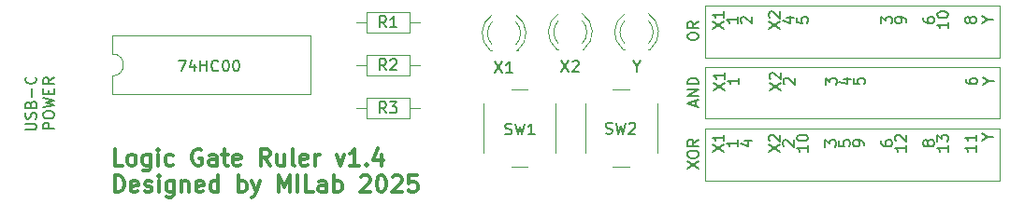
<source format=gto>
%TF.GenerationSoftware,KiCad,Pcbnew,9.0.2*%
%TF.CreationDate,2025-10-23T19:15:02+09:00*%
%TF.ProjectId,simpleLogicCircuit,73696d70-6c65-44c6-9f67-696343697263,rev?*%
%TF.SameCoordinates,Original*%
%TF.FileFunction,Legend,Top*%
%TF.FilePolarity,Positive*%
%FSLAX46Y46*%
G04 Gerber Fmt 4.6, Leading zero omitted, Abs format (unit mm)*
G04 Created by KiCad (PCBNEW 9.0.2) date 2025-10-23 19:15:02*
%MOMM*%
%LPD*%
G01*
G04 APERTURE LIST*
%ADD10C,0.300000*%
%ADD11C,0.150000*%
%ADD12C,0.120000*%
G04 APERTURE END LIST*
D10*
X51468796Y-50620870D02*
X50754510Y-50620870D01*
X50754510Y-50620870D02*
X50754510Y-49120870D01*
X52183082Y-50620870D02*
X52040225Y-50549442D01*
X52040225Y-50549442D02*
X51968796Y-50478013D01*
X51968796Y-50478013D02*
X51897368Y-50335156D01*
X51897368Y-50335156D02*
X51897368Y-49906584D01*
X51897368Y-49906584D02*
X51968796Y-49763727D01*
X51968796Y-49763727D02*
X52040225Y-49692299D01*
X52040225Y-49692299D02*
X52183082Y-49620870D01*
X52183082Y-49620870D02*
X52397368Y-49620870D01*
X52397368Y-49620870D02*
X52540225Y-49692299D01*
X52540225Y-49692299D02*
X52611654Y-49763727D01*
X52611654Y-49763727D02*
X52683082Y-49906584D01*
X52683082Y-49906584D02*
X52683082Y-50335156D01*
X52683082Y-50335156D02*
X52611654Y-50478013D01*
X52611654Y-50478013D02*
X52540225Y-50549442D01*
X52540225Y-50549442D02*
X52397368Y-50620870D01*
X52397368Y-50620870D02*
X52183082Y-50620870D01*
X53968797Y-49620870D02*
X53968797Y-50835156D01*
X53968797Y-50835156D02*
X53897368Y-50978013D01*
X53897368Y-50978013D02*
X53825939Y-51049442D01*
X53825939Y-51049442D02*
X53683082Y-51120870D01*
X53683082Y-51120870D02*
X53468797Y-51120870D01*
X53468797Y-51120870D02*
X53325939Y-51049442D01*
X53968797Y-50549442D02*
X53825939Y-50620870D01*
X53825939Y-50620870D02*
X53540225Y-50620870D01*
X53540225Y-50620870D02*
X53397368Y-50549442D01*
X53397368Y-50549442D02*
X53325939Y-50478013D01*
X53325939Y-50478013D02*
X53254511Y-50335156D01*
X53254511Y-50335156D02*
X53254511Y-49906584D01*
X53254511Y-49906584D02*
X53325939Y-49763727D01*
X53325939Y-49763727D02*
X53397368Y-49692299D01*
X53397368Y-49692299D02*
X53540225Y-49620870D01*
X53540225Y-49620870D02*
X53825939Y-49620870D01*
X53825939Y-49620870D02*
X53968797Y-49692299D01*
X54683082Y-50620870D02*
X54683082Y-49620870D01*
X54683082Y-49120870D02*
X54611654Y-49192299D01*
X54611654Y-49192299D02*
X54683082Y-49263727D01*
X54683082Y-49263727D02*
X54754511Y-49192299D01*
X54754511Y-49192299D02*
X54683082Y-49120870D01*
X54683082Y-49120870D02*
X54683082Y-49263727D01*
X56040226Y-50549442D02*
X55897368Y-50620870D01*
X55897368Y-50620870D02*
X55611654Y-50620870D01*
X55611654Y-50620870D02*
X55468797Y-50549442D01*
X55468797Y-50549442D02*
X55397368Y-50478013D01*
X55397368Y-50478013D02*
X55325940Y-50335156D01*
X55325940Y-50335156D02*
X55325940Y-49906584D01*
X55325940Y-49906584D02*
X55397368Y-49763727D01*
X55397368Y-49763727D02*
X55468797Y-49692299D01*
X55468797Y-49692299D02*
X55611654Y-49620870D01*
X55611654Y-49620870D02*
X55897368Y-49620870D01*
X55897368Y-49620870D02*
X56040226Y-49692299D01*
X58611654Y-49192299D02*
X58468797Y-49120870D01*
X58468797Y-49120870D02*
X58254511Y-49120870D01*
X58254511Y-49120870D02*
X58040225Y-49192299D01*
X58040225Y-49192299D02*
X57897368Y-49335156D01*
X57897368Y-49335156D02*
X57825939Y-49478013D01*
X57825939Y-49478013D02*
X57754511Y-49763727D01*
X57754511Y-49763727D02*
X57754511Y-49978013D01*
X57754511Y-49978013D02*
X57825939Y-50263727D01*
X57825939Y-50263727D02*
X57897368Y-50406584D01*
X57897368Y-50406584D02*
X58040225Y-50549442D01*
X58040225Y-50549442D02*
X58254511Y-50620870D01*
X58254511Y-50620870D02*
X58397368Y-50620870D01*
X58397368Y-50620870D02*
X58611654Y-50549442D01*
X58611654Y-50549442D02*
X58683082Y-50478013D01*
X58683082Y-50478013D02*
X58683082Y-49978013D01*
X58683082Y-49978013D02*
X58397368Y-49978013D01*
X59968797Y-50620870D02*
X59968797Y-49835156D01*
X59968797Y-49835156D02*
X59897368Y-49692299D01*
X59897368Y-49692299D02*
X59754511Y-49620870D01*
X59754511Y-49620870D02*
X59468797Y-49620870D01*
X59468797Y-49620870D02*
X59325939Y-49692299D01*
X59968797Y-50549442D02*
X59825939Y-50620870D01*
X59825939Y-50620870D02*
X59468797Y-50620870D01*
X59468797Y-50620870D02*
X59325939Y-50549442D01*
X59325939Y-50549442D02*
X59254511Y-50406584D01*
X59254511Y-50406584D02*
X59254511Y-50263727D01*
X59254511Y-50263727D02*
X59325939Y-50120870D01*
X59325939Y-50120870D02*
X59468797Y-50049442D01*
X59468797Y-50049442D02*
X59825939Y-50049442D01*
X59825939Y-50049442D02*
X59968797Y-49978013D01*
X60468797Y-49620870D02*
X61040225Y-49620870D01*
X60683082Y-49120870D02*
X60683082Y-50406584D01*
X60683082Y-50406584D02*
X60754511Y-50549442D01*
X60754511Y-50549442D02*
X60897368Y-50620870D01*
X60897368Y-50620870D02*
X61040225Y-50620870D01*
X62111654Y-50549442D02*
X61968797Y-50620870D01*
X61968797Y-50620870D02*
X61683083Y-50620870D01*
X61683083Y-50620870D02*
X61540225Y-50549442D01*
X61540225Y-50549442D02*
X61468797Y-50406584D01*
X61468797Y-50406584D02*
X61468797Y-49835156D01*
X61468797Y-49835156D02*
X61540225Y-49692299D01*
X61540225Y-49692299D02*
X61683083Y-49620870D01*
X61683083Y-49620870D02*
X61968797Y-49620870D01*
X61968797Y-49620870D02*
X62111654Y-49692299D01*
X62111654Y-49692299D02*
X62183083Y-49835156D01*
X62183083Y-49835156D02*
X62183083Y-49978013D01*
X62183083Y-49978013D02*
X61468797Y-50120870D01*
X64825939Y-50620870D02*
X64325939Y-49906584D01*
X63968796Y-50620870D02*
X63968796Y-49120870D01*
X63968796Y-49120870D02*
X64540225Y-49120870D01*
X64540225Y-49120870D02*
X64683082Y-49192299D01*
X64683082Y-49192299D02*
X64754511Y-49263727D01*
X64754511Y-49263727D02*
X64825939Y-49406584D01*
X64825939Y-49406584D02*
X64825939Y-49620870D01*
X64825939Y-49620870D02*
X64754511Y-49763727D01*
X64754511Y-49763727D02*
X64683082Y-49835156D01*
X64683082Y-49835156D02*
X64540225Y-49906584D01*
X64540225Y-49906584D02*
X63968796Y-49906584D01*
X66111654Y-49620870D02*
X66111654Y-50620870D01*
X65468796Y-49620870D02*
X65468796Y-50406584D01*
X65468796Y-50406584D02*
X65540225Y-50549442D01*
X65540225Y-50549442D02*
X65683082Y-50620870D01*
X65683082Y-50620870D02*
X65897368Y-50620870D01*
X65897368Y-50620870D02*
X66040225Y-50549442D01*
X66040225Y-50549442D02*
X66111654Y-50478013D01*
X67040225Y-50620870D02*
X66897368Y-50549442D01*
X66897368Y-50549442D02*
X66825939Y-50406584D01*
X66825939Y-50406584D02*
X66825939Y-49120870D01*
X68183082Y-50549442D02*
X68040225Y-50620870D01*
X68040225Y-50620870D02*
X67754511Y-50620870D01*
X67754511Y-50620870D02*
X67611653Y-50549442D01*
X67611653Y-50549442D02*
X67540225Y-50406584D01*
X67540225Y-50406584D02*
X67540225Y-49835156D01*
X67540225Y-49835156D02*
X67611653Y-49692299D01*
X67611653Y-49692299D02*
X67754511Y-49620870D01*
X67754511Y-49620870D02*
X68040225Y-49620870D01*
X68040225Y-49620870D02*
X68183082Y-49692299D01*
X68183082Y-49692299D02*
X68254511Y-49835156D01*
X68254511Y-49835156D02*
X68254511Y-49978013D01*
X68254511Y-49978013D02*
X67540225Y-50120870D01*
X68897367Y-50620870D02*
X68897367Y-49620870D01*
X68897367Y-49906584D02*
X68968796Y-49763727D01*
X68968796Y-49763727D02*
X69040225Y-49692299D01*
X69040225Y-49692299D02*
X69183082Y-49620870D01*
X69183082Y-49620870D02*
X69325939Y-49620870D01*
X70825938Y-49620870D02*
X71183081Y-50620870D01*
X71183081Y-50620870D02*
X71540224Y-49620870D01*
X72897367Y-50620870D02*
X72040224Y-50620870D01*
X72468795Y-50620870D02*
X72468795Y-49120870D01*
X72468795Y-49120870D02*
X72325938Y-49335156D01*
X72325938Y-49335156D02*
X72183081Y-49478013D01*
X72183081Y-49478013D02*
X72040224Y-49549442D01*
X73540223Y-50478013D02*
X73611652Y-50549442D01*
X73611652Y-50549442D02*
X73540223Y-50620870D01*
X73540223Y-50620870D02*
X73468795Y-50549442D01*
X73468795Y-50549442D02*
X73540223Y-50478013D01*
X73540223Y-50478013D02*
X73540223Y-50620870D01*
X74897367Y-49620870D02*
X74897367Y-50620870D01*
X74540224Y-49049442D02*
X74183081Y-50120870D01*
X74183081Y-50120870D02*
X75111652Y-50120870D01*
X50754510Y-53035786D02*
X50754510Y-51535786D01*
X50754510Y-51535786D02*
X51111653Y-51535786D01*
X51111653Y-51535786D02*
X51325939Y-51607215D01*
X51325939Y-51607215D02*
X51468796Y-51750072D01*
X51468796Y-51750072D02*
X51540225Y-51892929D01*
X51540225Y-51892929D02*
X51611653Y-52178643D01*
X51611653Y-52178643D02*
X51611653Y-52392929D01*
X51611653Y-52392929D02*
X51540225Y-52678643D01*
X51540225Y-52678643D02*
X51468796Y-52821500D01*
X51468796Y-52821500D02*
X51325939Y-52964358D01*
X51325939Y-52964358D02*
X51111653Y-53035786D01*
X51111653Y-53035786D02*
X50754510Y-53035786D01*
X52825939Y-52964358D02*
X52683082Y-53035786D01*
X52683082Y-53035786D02*
X52397368Y-53035786D01*
X52397368Y-53035786D02*
X52254510Y-52964358D01*
X52254510Y-52964358D02*
X52183082Y-52821500D01*
X52183082Y-52821500D02*
X52183082Y-52250072D01*
X52183082Y-52250072D02*
X52254510Y-52107215D01*
X52254510Y-52107215D02*
X52397368Y-52035786D01*
X52397368Y-52035786D02*
X52683082Y-52035786D01*
X52683082Y-52035786D02*
X52825939Y-52107215D01*
X52825939Y-52107215D02*
X52897368Y-52250072D01*
X52897368Y-52250072D02*
X52897368Y-52392929D01*
X52897368Y-52392929D02*
X52183082Y-52535786D01*
X53468796Y-52964358D02*
X53611653Y-53035786D01*
X53611653Y-53035786D02*
X53897367Y-53035786D01*
X53897367Y-53035786D02*
X54040224Y-52964358D01*
X54040224Y-52964358D02*
X54111653Y-52821500D01*
X54111653Y-52821500D02*
X54111653Y-52750072D01*
X54111653Y-52750072D02*
X54040224Y-52607215D01*
X54040224Y-52607215D02*
X53897367Y-52535786D01*
X53897367Y-52535786D02*
X53683082Y-52535786D01*
X53683082Y-52535786D02*
X53540224Y-52464358D01*
X53540224Y-52464358D02*
X53468796Y-52321500D01*
X53468796Y-52321500D02*
X53468796Y-52250072D01*
X53468796Y-52250072D02*
X53540224Y-52107215D01*
X53540224Y-52107215D02*
X53683082Y-52035786D01*
X53683082Y-52035786D02*
X53897367Y-52035786D01*
X53897367Y-52035786D02*
X54040224Y-52107215D01*
X54754510Y-53035786D02*
X54754510Y-52035786D01*
X54754510Y-51535786D02*
X54683082Y-51607215D01*
X54683082Y-51607215D02*
X54754510Y-51678643D01*
X54754510Y-51678643D02*
X54825939Y-51607215D01*
X54825939Y-51607215D02*
X54754510Y-51535786D01*
X54754510Y-51535786D02*
X54754510Y-51678643D01*
X56111654Y-52035786D02*
X56111654Y-53250072D01*
X56111654Y-53250072D02*
X56040225Y-53392929D01*
X56040225Y-53392929D02*
X55968796Y-53464358D01*
X55968796Y-53464358D02*
X55825939Y-53535786D01*
X55825939Y-53535786D02*
X55611654Y-53535786D01*
X55611654Y-53535786D02*
X55468796Y-53464358D01*
X56111654Y-52964358D02*
X55968796Y-53035786D01*
X55968796Y-53035786D02*
X55683082Y-53035786D01*
X55683082Y-53035786D02*
X55540225Y-52964358D01*
X55540225Y-52964358D02*
X55468796Y-52892929D01*
X55468796Y-52892929D02*
X55397368Y-52750072D01*
X55397368Y-52750072D02*
X55397368Y-52321500D01*
X55397368Y-52321500D02*
X55468796Y-52178643D01*
X55468796Y-52178643D02*
X55540225Y-52107215D01*
X55540225Y-52107215D02*
X55683082Y-52035786D01*
X55683082Y-52035786D02*
X55968796Y-52035786D01*
X55968796Y-52035786D02*
X56111654Y-52107215D01*
X56825939Y-52035786D02*
X56825939Y-53035786D01*
X56825939Y-52178643D02*
X56897368Y-52107215D01*
X56897368Y-52107215D02*
X57040225Y-52035786D01*
X57040225Y-52035786D02*
X57254511Y-52035786D01*
X57254511Y-52035786D02*
X57397368Y-52107215D01*
X57397368Y-52107215D02*
X57468797Y-52250072D01*
X57468797Y-52250072D02*
X57468797Y-53035786D01*
X58754511Y-52964358D02*
X58611654Y-53035786D01*
X58611654Y-53035786D02*
X58325940Y-53035786D01*
X58325940Y-53035786D02*
X58183082Y-52964358D01*
X58183082Y-52964358D02*
X58111654Y-52821500D01*
X58111654Y-52821500D02*
X58111654Y-52250072D01*
X58111654Y-52250072D02*
X58183082Y-52107215D01*
X58183082Y-52107215D02*
X58325940Y-52035786D01*
X58325940Y-52035786D02*
X58611654Y-52035786D01*
X58611654Y-52035786D02*
X58754511Y-52107215D01*
X58754511Y-52107215D02*
X58825940Y-52250072D01*
X58825940Y-52250072D02*
X58825940Y-52392929D01*
X58825940Y-52392929D02*
X58111654Y-52535786D01*
X60111654Y-53035786D02*
X60111654Y-51535786D01*
X60111654Y-52964358D02*
X59968796Y-53035786D01*
X59968796Y-53035786D02*
X59683082Y-53035786D01*
X59683082Y-53035786D02*
X59540225Y-52964358D01*
X59540225Y-52964358D02*
X59468796Y-52892929D01*
X59468796Y-52892929D02*
X59397368Y-52750072D01*
X59397368Y-52750072D02*
X59397368Y-52321500D01*
X59397368Y-52321500D02*
X59468796Y-52178643D01*
X59468796Y-52178643D02*
X59540225Y-52107215D01*
X59540225Y-52107215D02*
X59683082Y-52035786D01*
X59683082Y-52035786D02*
X59968796Y-52035786D01*
X59968796Y-52035786D02*
X60111654Y-52107215D01*
X61968796Y-53035786D02*
X61968796Y-51535786D01*
X61968796Y-52107215D02*
X62111654Y-52035786D01*
X62111654Y-52035786D02*
X62397368Y-52035786D01*
X62397368Y-52035786D02*
X62540225Y-52107215D01*
X62540225Y-52107215D02*
X62611654Y-52178643D01*
X62611654Y-52178643D02*
X62683082Y-52321500D01*
X62683082Y-52321500D02*
X62683082Y-52750072D01*
X62683082Y-52750072D02*
X62611654Y-52892929D01*
X62611654Y-52892929D02*
X62540225Y-52964358D01*
X62540225Y-52964358D02*
X62397368Y-53035786D01*
X62397368Y-53035786D02*
X62111654Y-53035786D01*
X62111654Y-53035786D02*
X61968796Y-52964358D01*
X63183082Y-52035786D02*
X63540225Y-53035786D01*
X63897368Y-52035786D02*
X63540225Y-53035786D01*
X63540225Y-53035786D02*
X63397368Y-53392929D01*
X63397368Y-53392929D02*
X63325939Y-53464358D01*
X63325939Y-53464358D02*
X63183082Y-53535786D01*
X65611653Y-53035786D02*
X65611653Y-51535786D01*
X65611653Y-51535786D02*
X66111653Y-52607215D01*
X66111653Y-52607215D02*
X66611653Y-51535786D01*
X66611653Y-51535786D02*
X66611653Y-53035786D01*
X67325939Y-53035786D02*
X67325939Y-51535786D01*
X68754511Y-53035786D02*
X68040225Y-53035786D01*
X68040225Y-53035786D02*
X68040225Y-51535786D01*
X69897369Y-53035786D02*
X69897369Y-52250072D01*
X69897369Y-52250072D02*
X69825940Y-52107215D01*
X69825940Y-52107215D02*
X69683083Y-52035786D01*
X69683083Y-52035786D02*
X69397369Y-52035786D01*
X69397369Y-52035786D02*
X69254511Y-52107215D01*
X69897369Y-52964358D02*
X69754511Y-53035786D01*
X69754511Y-53035786D02*
X69397369Y-53035786D01*
X69397369Y-53035786D02*
X69254511Y-52964358D01*
X69254511Y-52964358D02*
X69183083Y-52821500D01*
X69183083Y-52821500D02*
X69183083Y-52678643D01*
X69183083Y-52678643D02*
X69254511Y-52535786D01*
X69254511Y-52535786D02*
X69397369Y-52464358D01*
X69397369Y-52464358D02*
X69754511Y-52464358D01*
X69754511Y-52464358D02*
X69897369Y-52392929D01*
X70611654Y-53035786D02*
X70611654Y-51535786D01*
X70611654Y-52107215D02*
X70754512Y-52035786D01*
X70754512Y-52035786D02*
X71040226Y-52035786D01*
X71040226Y-52035786D02*
X71183083Y-52107215D01*
X71183083Y-52107215D02*
X71254512Y-52178643D01*
X71254512Y-52178643D02*
X71325940Y-52321500D01*
X71325940Y-52321500D02*
X71325940Y-52750072D01*
X71325940Y-52750072D02*
X71254512Y-52892929D01*
X71254512Y-52892929D02*
X71183083Y-52964358D01*
X71183083Y-52964358D02*
X71040226Y-53035786D01*
X71040226Y-53035786D02*
X70754512Y-53035786D01*
X70754512Y-53035786D02*
X70611654Y-52964358D01*
X73040226Y-51678643D02*
X73111654Y-51607215D01*
X73111654Y-51607215D02*
X73254512Y-51535786D01*
X73254512Y-51535786D02*
X73611654Y-51535786D01*
X73611654Y-51535786D02*
X73754512Y-51607215D01*
X73754512Y-51607215D02*
X73825940Y-51678643D01*
X73825940Y-51678643D02*
X73897369Y-51821500D01*
X73897369Y-51821500D02*
X73897369Y-51964358D01*
X73897369Y-51964358D02*
X73825940Y-52178643D01*
X73825940Y-52178643D02*
X72968797Y-53035786D01*
X72968797Y-53035786D02*
X73897369Y-53035786D01*
X74825940Y-51535786D02*
X74968797Y-51535786D01*
X74968797Y-51535786D02*
X75111654Y-51607215D01*
X75111654Y-51607215D02*
X75183083Y-51678643D01*
X75183083Y-51678643D02*
X75254511Y-51821500D01*
X75254511Y-51821500D02*
X75325940Y-52107215D01*
X75325940Y-52107215D02*
X75325940Y-52464358D01*
X75325940Y-52464358D02*
X75254511Y-52750072D01*
X75254511Y-52750072D02*
X75183083Y-52892929D01*
X75183083Y-52892929D02*
X75111654Y-52964358D01*
X75111654Y-52964358D02*
X74968797Y-53035786D01*
X74968797Y-53035786D02*
X74825940Y-53035786D01*
X74825940Y-53035786D02*
X74683083Y-52964358D01*
X74683083Y-52964358D02*
X74611654Y-52892929D01*
X74611654Y-52892929D02*
X74540225Y-52750072D01*
X74540225Y-52750072D02*
X74468797Y-52464358D01*
X74468797Y-52464358D02*
X74468797Y-52107215D01*
X74468797Y-52107215D02*
X74540225Y-51821500D01*
X74540225Y-51821500D02*
X74611654Y-51678643D01*
X74611654Y-51678643D02*
X74683083Y-51607215D01*
X74683083Y-51607215D02*
X74825940Y-51535786D01*
X75897368Y-51678643D02*
X75968796Y-51607215D01*
X75968796Y-51607215D02*
X76111654Y-51535786D01*
X76111654Y-51535786D02*
X76468796Y-51535786D01*
X76468796Y-51535786D02*
X76611654Y-51607215D01*
X76611654Y-51607215D02*
X76683082Y-51678643D01*
X76683082Y-51678643D02*
X76754511Y-51821500D01*
X76754511Y-51821500D02*
X76754511Y-51964358D01*
X76754511Y-51964358D02*
X76683082Y-52178643D01*
X76683082Y-52178643D02*
X75825939Y-53035786D01*
X75825939Y-53035786D02*
X76754511Y-53035786D01*
X78111653Y-51535786D02*
X77397367Y-51535786D01*
X77397367Y-51535786D02*
X77325939Y-52250072D01*
X77325939Y-52250072D02*
X77397367Y-52178643D01*
X77397367Y-52178643D02*
X77540225Y-52107215D01*
X77540225Y-52107215D02*
X77897367Y-52107215D01*
X77897367Y-52107215D02*
X78040225Y-52178643D01*
X78040225Y-52178643D02*
X78111653Y-52250072D01*
X78111653Y-52250072D02*
X78183082Y-52392929D01*
X78183082Y-52392929D02*
X78183082Y-52750072D01*
X78183082Y-52750072D02*
X78111653Y-52892929D01*
X78111653Y-52892929D02*
X78040225Y-52964358D01*
X78040225Y-52964358D02*
X77897367Y-53035786D01*
X77897367Y-53035786D02*
X77540225Y-53035786D01*
X77540225Y-53035786D02*
X77397367Y-52964358D01*
X77397367Y-52964358D02*
X77325939Y-52892929D01*
D11*
X42649847Y-47380951D02*
X43459370Y-47380951D01*
X43459370Y-47380951D02*
X43554608Y-47333332D01*
X43554608Y-47333332D02*
X43602228Y-47285713D01*
X43602228Y-47285713D02*
X43649847Y-47190475D01*
X43649847Y-47190475D02*
X43649847Y-46999999D01*
X43649847Y-46999999D02*
X43602228Y-46904761D01*
X43602228Y-46904761D02*
X43554608Y-46857142D01*
X43554608Y-46857142D02*
X43459370Y-46809523D01*
X43459370Y-46809523D02*
X42649847Y-46809523D01*
X43602228Y-46380951D02*
X43649847Y-46238094D01*
X43649847Y-46238094D02*
X43649847Y-45999999D01*
X43649847Y-45999999D02*
X43602228Y-45904761D01*
X43602228Y-45904761D02*
X43554608Y-45857142D01*
X43554608Y-45857142D02*
X43459370Y-45809523D01*
X43459370Y-45809523D02*
X43364132Y-45809523D01*
X43364132Y-45809523D02*
X43268894Y-45857142D01*
X43268894Y-45857142D02*
X43221275Y-45904761D01*
X43221275Y-45904761D02*
X43173656Y-45999999D01*
X43173656Y-45999999D02*
X43126037Y-46190475D01*
X43126037Y-46190475D02*
X43078418Y-46285713D01*
X43078418Y-46285713D02*
X43030799Y-46333332D01*
X43030799Y-46333332D02*
X42935561Y-46380951D01*
X42935561Y-46380951D02*
X42840323Y-46380951D01*
X42840323Y-46380951D02*
X42745085Y-46333332D01*
X42745085Y-46333332D02*
X42697466Y-46285713D01*
X42697466Y-46285713D02*
X42649847Y-46190475D01*
X42649847Y-46190475D02*
X42649847Y-45952380D01*
X42649847Y-45952380D02*
X42697466Y-45809523D01*
X43126037Y-45047618D02*
X43173656Y-44904761D01*
X43173656Y-44904761D02*
X43221275Y-44857142D01*
X43221275Y-44857142D02*
X43316513Y-44809523D01*
X43316513Y-44809523D02*
X43459370Y-44809523D01*
X43459370Y-44809523D02*
X43554608Y-44857142D01*
X43554608Y-44857142D02*
X43602228Y-44904761D01*
X43602228Y-44904761D02*
X43649847Y-44999999D01*
X43649847Y-44999999D02*
X43649847Y-45380951D01*
X43649847Y-45380951D02*
X42649847Y-45380951D01*
X42649847Y-45380951D02*
X42649847Y-45047618D01*
X42649847Y-45047618D02*
X42697466Y-44952380D01*
X42697466Y-44952380D02*
X42745085Y-44904761D01*
X42745085Y-44904761D02*
X42840323Y-44857142D01*
X42840323Y-44857142D02*
X42935561Y-44857142D01*
X42935561Y-44857142D02*
X43030799Y-44904761D01*
X43030799Y-44904761D02*
X43078418Y-44952380D01*
X43078418Y-44952380D02*
X43126037Y-45047618D01*
X43126037Y-45047618D02*
X43126037Y-45380951D01*
X43268894Y-44380951D02*
X43268894Y-43619047D01*
X43554608Y-42571428D02*
X43602228Y-42619047D01*
X43602228Y-42619047D02*
X43649847Y-42761904D01*
X43649847Y-42761904D02*
X43649847Y-42857142D01*
X43649847Y-42857142D02*
X43602228Y-42999999D01*
X43602228Y-42999999D02*
X43506989Y-43095237D01*
X43506989Y-43095237D02*
X43411751Y-43142856D01*
X43411751Y-43142856D02*
X43221275Y-43190475D01*
X43221275Y-43190475D02*
X43078418Y-43190475D01*
X43078418Y-43190475D02*
X42887942Y-43142856D01*
X42887942Y-43142856D02*
X42792704Y-43095237D01*
X42792704Y-43095237D02*
X42697466Y-42999999D01*
X42697466Y-42999999D02*
X42649847Y-42857142D01*
X42649847Y-42857142D02*
X42649847Y-42761904D01*
X42649847Y-42761904D02*
X42697466Y-42619047D01*
X42697466Y-42619047D02*
X42745085Y-42571428D01*
X45259791Y-47309523D02*
X44259791Y-47309523D01*
X44259791Y-47309523D02*
X44259791Y-46928571D01*
X44259791Y-46928571D02*
X44307410Y-46833333D01*
X44307410Y-46833333D02*
X44355029Y-46785714D01*
X44355029Y-46785714D02*
X44450267Y-46738095D01*
X44450267Y-46738095D02*
X44593124Y-46738095D01*
X44593124Y-46738095D02*
X44688362Y-46785714D01*
X44688362Y-46785714D02*
X44735981Y-46833333D01*
X44735981Y-46833333D02*
X44783600Y-46928571D01*
X44783600Y-46928571D02*
X44783600Y-47309523D01*
X44259791Y-46119047D02*
X44259791Y-45928571D01*
X44259791Y-45928571D02*
X44307410Y-45833333D01*
X44307410Y-45833333D02*
X44402648Y-45738095D01*
X44402648Y-45738095D02*
X44593124Y-45690476D01*
X44593124Y-45690476D02*
X44926457Y-45690476D01*
X44926457Y-45690476D02*
X45116933Y-45738095D01*
X45116933Y-45738095D02*
X45212172Y-45833333D01*
X45212172Y-45833333D02*
X45259791Y-45928571D01*
X45259791Y-45928571D02*
X45259791Y-46119047D01*
X45259791Y-46119047D02*
X45212172Y-46214285D01*
X45212172Y-46214285D02*
X45116933Y-46309523D01*
X45116933Y-46309523D02*
X44926457Y-46357142D01*
X44926457Y-46357142D02*
X44593124Y-46357142D01*
X44593124Y-46357142D02*
X44402648Y-46309523D01*
X44402648Y-46309523D02*
X44307410Y-46214285D01*
X44307410Y-46214285D02*
X44259791Y-46119047D01*
X44259791Y-45357142D02*
X45259791Y-45119047D01*
X45259791Y-45119047D02*
X44545505Y-44928571D01*
X44545505Y-44928571D02*
X45259791Y-44738095D01*
X45259791Y-44738095D02*
X44259791Y-44500000D01*
X44735981Y-44119047D02*
X44735981Y-43785714D01*
X45259791Y-43642857D02*
X45259791Y-44119047D01*
X45259791Y-44119047D02*
X44259791Y-44119047D01*
X44259791Y-44119047D02*
X44259791Y-43642857D01*
X45259791Y-42642857D02*
X44783600Y-42976190D01*
X45259791Y-43214285D02*
X44259791Y-43214285D01*
X44259791Y-43214285D02*
X44259791Y-42833333D01*
X44259791Y-42833333D02*
X44307410Y-42738095D01*
X44307410Y-42738095D02*
X44355029Y-42690476D01*
X44355029Y-42690476D02*
X44450267Y-42642857D01*
X44450267Y-42642857D02*
X44593124Y-42642857D01*
X44593124Y-42642857D02*
X44688362Y-42690476D01*
X44688362Y-42690476D02*
X44735981Y-42738095D01*
X44735981Y-42738095D02*
X44783600Y-42833333D01*
X44783600Y-42833333D02*
X44783600Y-43214285D01*
X85190476Y-41204819D02*
X85857142Y-42204819D01*
X85857142Y-41204819D02*
X85190476Y-42204819D01*
X86761904Y-42204819D02*
X86190476Y-42204819D01*
X86476190Y-42204819D02*
X86476190Y-41204819D01*
X86476190Y-41204819D02*
X86380952Y-41347676D01*
X86380952Y-41347676D02*
X86285714Y-41442914D01*
X86285714Y-41442914D02*
X86190476Y-41490533D01*
X103318104Y-45198404D02*
X103318104Y-44722214D01*
X103603819Y-45293642D02*
X102603819Y-44960309D01*
X102603819Y-44960309D02*
X103603819Y-44626976D01*
X103603819Y-44293642D02*
X102603819Y-44293642D01*
X102603819Y-44293642D02*
X103603819Y-43722214D01*
X103603819Y-43722214D02*
X102603819Y-43722214D01*
X103603819Y-43246023D02*
X102603819Y-43246023D01*
X102603819Y-43246023D02*
X102603819Y-43007928D01*
X102603819Y-43007928D02*
X102651438Y-42865071D01*
X102651438Y-42865071D02*
X102746676Y-42769833D01*
X102746676Y-42769833D02*
X102841914Y-42722214D01*
X102841914Y-42722214D02*
X103032390Y-42674595D01*
X103032390Y-42674595D02*
X103175247Y-42674595D01*
X103175247Y-42674595D02*
X103365723Y-42722214D01*
X103365723Y-42722214D02*
X103460961Y-42769833D01*
X103460961Y-42769833D02*
X103556200Y-42865071D01*
X103556200Y-42865071D02*
X103603819Y-43007928D01*
X103603819Y-43007928D02*
X103603819Y-43246023D01*
X116723152Y-42762023D02*
X117389819Y-42762023D01*
X116342200Y-43000118D02*
X117056485Y-43238213D01*
X117056485Y-43238213D02*
X117056485Y-42619166D01*
X107229819Y-42666785D02*
X107229819Y-43238213D01*
X107229819Y-42952499D02*
X106229819Y-42952499D01*
X106229819Y-42952499D02*
X106372676Y-43047737D01*
X106372676Y-43047737D02*
X106467914Y-43142975D01*
X106467914Y-43142975D02*
X106515533Y-43238213D01*
X110039819Y-43762023D02*
X111039819Y-43095357D01*
X110039819Y-43095357D02*
X111039819Y-43762023D01*
X110135057Y-42762023D02*
X110087438Y-42714404D01*
X110087438Y-42714404D02*
X110039819Y-42619166D01*
X110039819Y-42619166D02*
X110039819Y-42381071D01*
X110039819Y-42381071D02*
X110087438Y-42285833D01*
X110087438Y-42285833D02*
X110135057Y-42238214D01*
X110135057Y-42238214D02*
X110230295Y-42190595D01*
X110230295Y-42190595D02*
X110325533Y-42190595D01*
X110325533Y-42190595D02*
X110468390Y-42238214D01*
X110468390Y-42238214D02*
X111039819Y-42809642D01*
X111039819Y-42809642D02*
X111039819Y-42190595D01*
X111405057Y-43238213D02*
X111357438Y-43190594D01*
X111357438Y-43190594D02*
X111309819Y-43095356D01*
X111309819Y-43095356D02*
X111309819Y-42857261D01*
X111309819Y-42857261D02*
X111357438Y-42762023D01*
X111357438Y-42762023D02*
X111405057Y-42714404D01*
X111405057Y-42714404D02*
X111500295Y-42666785D01*
X111500295Y-42666785D02*
X111595533Y-42666785D01*
X111595533Y-42666785D02*
X111738390Y-42714404D01*
X111738390Y-42714404D02*
X112309819Y-43285832D01*
X112309819Y-43285832D02*
X112309819Y-42666785D01*
X115119819Y-43285832D02*
X115119819Y-42666785D01*
X115119819Y-42666785D02*
X115500771Y-43000118D01*
X115500771Y-43000118D02*
X115500771Y-42857261D01*
X115500771Y-42857261D02*
X115548390Y-42762023D01*
X115548390Y-42762023D02*
X115596009Y-42714404D01*
X115596009Y-42714404D02*
X115691247Y-42666785D01*
X115691247Y-42666785D02*
X115929342Y-42666785D01*
X115929342Y-42666785D02*
X116024580Y-42714404D01*
X116024580Y-42714404D02*
X116072200Y-42762023D01*
X116072200Y-42762023D02*
X116119819Y-42857261D01*
X116119819Y-42857261D02*
X116119819Y-43142975D01*
X116119819Y-43142975D02*
X116072200Y-43238213D01*
X116072200Y-43238213D02*
X116024580Y-43285832D01*
X127819819Y-42762023D02*
X127819819Y-42952499D01*
X127819819Y-42952499D02*
X127867438Y-43047737D01*
X127867438Y-43047737D02*
X127915057Y-43095356D01*
X127915057Y-43095356D02*
X128057914Y-43190594D01*
X128057914Y-43190594D02*
X128248390Y-43238213D01*
X128248390Y-43238213D02*
X128629342Y-43238213D01*
X128629342Y-43238213D02*
X128724580Y-43190594D01*
X128724580Y-43190594D02*
X128772200Y-43142975D01*
X128772200Y-43142975D02*
X128819819Y-43047737D01*
X128819819Y-43047737D02*
X128819819Y-42857261D01*
X128819819Y-42857261D02*
X128772200Y-42762023D01*
X128772200Y-42762023D02*
X128724580Y-42714404D01*
X128724580Y-42714404D02*
X128629342Y-42666785D01*
X128629342Y-42666785D02*
X128391247Y-42666785D01*
X128391247Y-42666785D02*
X128296009Y-42714404D01*
X128296009Y-42714404D02*
X128248390Y-42762023D01*
X128248390Y-42762023D02*
X128200771Y-42857261D01*
X128200771Y-42857261D02*
X128200771Y-43047737D01*
X128200771Y-43047737D02*
X128248390Y-43142975D01*
X128248390Y-43142975D02*
X128296009Y-43190594D01*
X128296009Y-43190594D02*
X128391247Y-43238213D01*
X117659819Y-42714404D02*
X117659819Y-43190594D01*
X117659819Y-43190594D02*
X118136009Y-43238213D01*
X118136009Y-43238213D02*
X118088390Y-43190594D01*
X118088390Y-43190594D02*
X118040771Y-43095356D01*
X118040771Y-43095356D02*
X118040771Y-42857261D01*
X118040771Y-42857261D02*
X118088390Y-42762023D01*
X118088390Y-42762023D02*
X118136009Y-42714404D01*
X118136009Y-42714404D02*
X118231247Y-42666785D01*
X118231247Y-42666785D02*
X118469342Y-42666785D01*
X118469342Y-42666785D02*
X118564580Y-42714404D01*
X118564580Y-42714404D02*
X118612200Y-42762023D01*
X118612200Y-42762023D02*
X118659819Y-42857261D01*
X118659819Y-42857261D02*
X118659819Y-43095356D01*
X118659819Y-43095356D02*
X118612200Y-43190594D01*
X118612200Y-43190594D02*
X118564580Y-43238213D01*
X129867628Y-42952499D02*
X130343819Y-42952499D01*
X129343819Y-43285832D02*
X129867628Y-42952499D01*
X129867628Y-42952499D02*
X129343819Y-42619166D01*
X104959819Y-43762023D02*
X105959819Y-43095357D01*
X104959819Y-43095357D02*
X105959819Y-43762023D01*
X105959819Y-42190595D02*
X105959819Y-42762023D01*
X105959819Y-42476309D02*
X104959819Y-42476309D01*
X104959819Y-42476309D02*
X105102676Y-42571547D01*
X105102676Y-42571547D02*
X105197914Y-42666785D01*
X105197914Y-42666785D02*
X105245533Y-42762023D01*
X91190476Y-41104819D02*
X91857142Y-42104819D01*
X91857142Y-41104819D02*
X91190476Y-42104819D01*
X92190476Y-41200057D02*
X92238095Y-41152438D01*
X92238095Y-41152438D02*
X92333333Y-41104819D01*
X92333333Y-41104819D02*
X92571428Y-41104819D01*
X92571428Y-41104819D02*
X92666666Y-41152438D01*
X92666666Y-41152438D02*
X92714285Y-41200057D01*
X92714285Y-41200057D02*
X92761904Y-41295295D01*
X92761904Y-41295295D02*
X92761904Y-41390533D01*
X92761904Y-41390533D02*
X92714285Y-41533390D01*
X92714285Y-41533390D02*
X92142857Y-42104819D01*
X92142857Y-42104819D02*
X92761904Y-42104819D01*
X98000000Y-41628628D02*
X98000000Y-42104819D01*
X97666667Y-41104819D02*
X98000000Y-41628628D01*
X98000000Y-41628628D02*
X98333333Y-41104819D01*
X75333333Y-45854819D02*
X75000000Y-45378628D01*
X74761905Y-45854819D02*
X74761905Y-44854819D01*
X74761905Y-44854819D02*
X75142857Y-44854819D01*
X75142857Y-44854819D02*
X75238095Y-44902438D01*
X75238095Y-44902438D02*
X75285714Y-44950057D01*
X75285714Y-44950057D02*
X75333333Y-45045295D01*
X75333333Y-45045295D02*
X75333333Y-45188152D01*
X75333333Y-45188152D02*
X75285714Y-45283390D01*
X75285714Y-45283390D02*
X75238095Y-45331009D01*
X75238095Y-45331009D02*
X75142857Y-45378628D01*
X75142857Y-45378628D02*
X74761905Y-45378628D01*
X75666667Y-44854819D02*
X76285714Y-44854819D01*
X76285714Y-44854819D02*
X75952381Y-45235771D01*
X75952381Y-45235771D02*
X76095238Y-45235771D01*
X76095238Y-45235771D02*
X76190476Y-45283390D01*
X76190476Y-45283390D02*
X76238095Y-45331009D01*
X76238095Y-45331009D02*
X76285714Y-45426247D01*
X76285714Y-45426247D02*
X76285714Y-45664342D01*
X76285714Y-45664342D02*
X76238095Y-45759580D01*
X76238095Y-45759580D02*
X76190476Y-45807200D01*
X76190476Y-45807200D02*
X76095238Y-45854819D01*
X76095238Y-45854819D02*
X75809524Y-45854819D01*
X75809524Y-45854819D02*
X75714286Y-45807200D01*
X75714286Y-45807200D02*
X75666667Y-45759580D01*
X95216667Y-47707200D02*
X95359524Y-47754819D01*
X95359524Y-47754819D02*
X95597619Y-47754819D01*
X95597619Y-47754819D02*
X95692857Y-47707200D01*
X95692857Y-47707200D02*
X95740476Y-47659580D01*
X95740476Y-47659580D02*
X95788095Y-47564342D01*
X95788095Y-47564342D02*
X95788095Y-47469104D01*
X95788095Y-47469104D02*
X95740476Y-47373866D01*
X95740476Y-47373866D02*
X95692857Y-47326247D01*
X95692857Y-47326247D02*
X95597619Y-47278628D01*
X95597619Y-47278628D02*
X95407143Y-47231009D01*
X95407143Y-47231009D02*
X95311905Y-47183390D01*
X95311905Y-47183390D02*
X95264286Y-47135771D01*
X95264286Y-47135771D02*
X95216667Y-47040533D01*
X95216667Y-47040533D02*
X95216667Y-46945295D01*
X95216667Y-46945295D02*
X95264286Y-46850057D01*
X95264286Y-46850057D02*
X95311905Y-46802438D01*
X95311905Y-46802438D02*
X95407143Y-46754819D01*
X95407143Y-46754819D02*
X95645238Y-46754819D01*
X95645238Y-46754819D02*
X95788095Y-46802438D01*
X96121429Y-46754819D02*
X96359524Y-47754819D01*
X96359524Y-47754819D02*
X96550000Y-47040533D01*
X96550000Y-47040533D02*
X96740476Y-47754819D01*
X96740476Y-47754819D02*
X96978572Y-46754819D01*
X97311905Y-46850057D02*
X97359524Y-46802438D01*
X97359524Y-46802438D02*
X97454762Y-46754819D01*
X97454762Y-46754819D02*
X97692857Y-46754819D01*
X97692857Y-46754819D02*
X97788095Y-46802438D01*
X97788095Y-46802438D02*
X97835714Y-46850057D01*
X97835714Y-46850057D02*
X97883333Y-46945295D01*
X97883333Y-46945295D02*
X97883333Y-47040533D01*
X97883333Y-47040533D02*
X97835714Y-47183390D01*
X97835714Y-47183390D02*
X97264286Y-47754819D01*
X97264286Y-47754819D02*
X97883333Y-47754819D01*
X75333333Y-41954819D02*
X75000000Y-41478628D01*
X74761905Y-41954819D02*
X74761905Y-40954819D01*
X74761905Y-40954819D02*
X75142857Y-40954819D01*
X75142857Y-40954819D02*
X75238095Y-41002438D01*
X75238095Y-41002438D02*
X75285714Y-41050057D01*
X75285714Y-41050057D02*
X75333333Y-41145295D01*
X75333333Y-41145295D02*
X75333333Y-41288152D01*
X75333333Y-41288152D02*
X75285714Y-41383390D01*
X75285714Y-41383390D02*
X75238095Y-41431009D01*
X75238095Y-41431009D02*
X75142857Y-41478628D01*
X75142857Y-41478628D02*
X74761905Y-41478628D01*
X75714286Y-41050057D02*
X75761905Y-41002438D01*
X75761905Y-41002438D02*
X75857143Y-40954819D01*
X75857143Y-40954819D02*
X76095238Y-40954819D01*
X76095238Y-40954819D02*
X76190476Y-41002438D01*
X76190476Y-41002438D02*
X76238095Y-41050057D01*
X76238095Y-41050057D02*
X76285714Y-41145295D01*
X76285714Y-41145295D02*
X76285714Y-41240533D01*
X76285714Y-41240533D02*
X76238095Y-41383390D01*
X76238095Y-41383390D02*
X75666667Y-41954819D01*
X75666667Y-41954819D02*
X76285714Y-41954819D01*
X56514286Y-41054819D02*
X57180952Y-41054819D01*
X57180952Y-41054819D02*
X56752381Y-42054819D01*
X57990476Y-41388152D02*
X57990476Y-42054819D01*
X57752381Y-41007200D02*
X57514286Y-41721485D01*
X57514286Y-41721485D02*
X58133333Y-41721485D01*
X58514286Y-42054819D02*
X58514286Y-41054819D01*
X58514286Y-41531009D02*
X59085714Y-41531009D01*
X59085714Y-42054819D02*
X59085714Y-41054819D01*
X60133333Y-41959580D02*
X60085714Y-42007200D01*
X60085714Y-42007200D02*
X59942857Y-42054819D01*
X59942857Y-42054819D02*
X59847619Y-42054819D01*
X59847619Y-42054819D02*
X59704762Y-42007200D01*
X59704762Y-42007200D02*
X59609524Y-41911961D01*
X59609524Y-41911961D02*
X59561905Y-41816723D01*
X59561905Y-41816723D02*
X59514286Y-41626247D01*
X59514286Y-41626247D02*
X59514286Y-41483390D01*
X59514286Y-41483390D02*
X59561905Y-41292914D01*
X59561905Y-41292914D02*
X59609524Y-41197676D01*
X59609524Y-41197676D02*
X59704762Y-41102438D01*
X59704762Y-41102438D02*
X59847619Y-41054819D01*
X59847619Y-41054819D02*
X59942857Y-41054819D01*
X59942857Y-41054819D02*
X60085714Y-41102438D01*
X60085714Y-41102438D02*
X60133333Y-41150057D01*
X60752381Y-41054819D02*
X60847619Y-41054819D01*
X60847619Y-41054819D02*
X60942857Y-41102438D01*
X60942857Y-41102438D02*
X60990476Y-41150057D01*
X60990476Y-41150057D02*
X61038095Y-41245295D01*
X61038095Y-41245295D02*
X61085714Y-41435771D01*
X61085714Y-41435771D02*
X61085714Y-41673866D01*
X61085714Y-41673866D02*
X61038095Y-41864342D01*
X61038095Y-41864342D02*
X60990476Y-41959580D01*
X60990476Y-41959580D02*
X60942857Y-42007200D01*
X60942857Y-42007200D02*
X60847619Y-42054819D01*
X60847619Y-42054819D02*
X60752381Y-42054819D01*
X60752381Y-42054819D02*
X60657143Y-42007200D01*
X60657143Y-42007200D02*
X60609524Y-41959580D01*
X60609524Y-41959580D02*
X60561905Y-41864342D01*
X60561905Y-41864342D02*
X60514286Y-41673866D01*
X60514286Y-41673866D02*
X60514286Y-41435771D01*
X60514286Y-41435771D02*
X60561905Y-41245295D01*
X60561905Y-41245295D02*
X60609524Y-41150057D01*
X60609524Y-41150057D02*
X60657143Y-41102438D01*
X60657143Y-41102438D02*
X60752381Y-41054819D01*
X61704762Y-41054819D02*
X61800000Y-41054819D01*
X61800000Y-41054819D02*
X61895238Y-41102438D01*
X61895238Y-41102438D02*
X61942857Y-41150057D01*
X61942857Y-41150057D02*
X61990476Y-41245295D01*
X61990476Y-41245295D02*
X62038095Y-41435771D01*
X62038095Y-41435771D02*
X62038095Y-41673866D01*
X62038095Y-41673866D02*
X61990476Y-41864342D01*
X61990476Y-41864342D02*
X61942857Y-41959580D01*
X61942857Y-41959580D02*
X61895238Y-42007200D01*
X61895238Y-42007200D02*
X61800000Y-42054819D01*
X61800000Y-42054819D02*
X61704762Y-42054819D01*
X61704762Y-42054819D02*
X61609524Y-42007200D01*
X61609524Y-42007200D02*
X61561905Y-41959580D01*
X61561905Y-41959580D02*
X61514286Y-41864342D01*
X61514286Y-41864342D02*
X61466667Y-41673866D01*
X61466667Y-41673866D02*
X61466667Y-41435771D01*
X61466667Y-41435771D02*
X61514286Y-41245295D01*
X61514286Y-41245295D02*
X61561905Y-41150057D01*
X61561905Y-41150057D02*
X61609524Y-41102438D01*
X61609524Y-41102438D02*
X61704762Y-41054819D01*
X102603819Y-50941142D02*
X103603819Y-50274476D01*
X102603819Y-50274476D02*
X103603819Y-50941142D01*
X102603819Y-49703047D02*
X102603819Y-49512571D01*
X102603819Y-49512571D02*
X102651438Y-49417333D01*
X102651438Y-49417333D02*
X102746676Y-49322095D01*
X102746676Y-49322095D02*
X102937152Y-49274476D01*
X102937152Y-49274476D02*
X103270485Y-49274476D01*
X103270485Y-49274476D02*
X103460961Y-49322095D01*
X103460961Y-49322095D02*
X103556200Y-49417333D01*
X103556200Y-49417333D02*
X103603819Y-49512571D01*
X103603819Y-49512571D02*
X103603819Y-49703047D01*
X103603819Y-49703047D02*
X103556200Y-49798285D01*
X103556200Y-49798285D02*
X103460961Y-49893523D01*
X103460961Y-49893523D02*
X103270485Y-49941142D01*
X103270485Y-49941142D02*
X102937152Y-49941142D01*
X102937152Y-49941142D02*
X102746676Y-49893523D01*
X102746676Y-49893523D02*
X102651438Y-49798285D01*
X102651438Y-49798285D02*
X102603819Y-49703047D01*
X103603819Y-48274476D02*
X103127628Y-48607809D01*
X103603819Y-48845904D02*
X102603819Y-48845904D01*
X102603819Y-48845904D02*
X102603819Y-48464952D01*
X102603819Y-48464952D02*
X102651438Y-48369714D01*
X102651438Y-48369714D02*
X102699057Y-48322095D01*
X102699057Y-48322095D02*
X102794295Y-48274476D01*
X102794295Y-48274476D02*
X102937152Y-48274476D01*
X102937152Y-48274476D02*
X103032390Y-48322095D01*
X103032390Y-48322095D02*
X103080009Y-48369714D01*
X103080009Y-48369714D02*
X103127628Y-48464952D01*
X103127628Y-48464952D02*
X103127628Y-48845904D01*
X111335057Y-48885713D02*
X111287438Y-48838094D01*
X111287438Y-48838094D02*
X111239819Y-48742856D01*
X111239819Y-48742856D02*
X111239819Y-48504761D01*
X111239819Y-48504761D02*
X111287438Y-48409523D01*
X111287438Y-48409523D02*
X111335057Y-48361904D01*
X111335057Y-48361904D02*
X111430295Y-48314285D01*
X111430295Y-48314285D02*
X111525533Y-48314285D01*
X111525533Y-48314285D02*
X111668390Y-48361904D01*
X111668390Y-48361904D02*
X112239819Y-48933332D01*
X112239819Y-48933332D02*
X112239819Y-48314285D01*
X116319819Y-48361904D02*
X116319819Y-48838094D01*
X116319819Y-48838094D02*
X116796009Y-48885713D01*
X116796009Y-48885713D02*
X116748390Y-48838094D01*
X116748390Y-48838094D02*
X116700771Y-48742856D01*
X116700771Y-48742856D02*
X116700771Y-48504761D01*
X116700771Y-48504761D02*
X116748390Y-48409523D01*
X116748390Y-48409523D02*
X116796009Y-48361904D01*
X116796009Y-48361904D02*
X116891247Y-48314285D01*
X116891247Y-48314285D02*
X117129342Y-48314285D01*
X117129342Y-48314285D02*
X117224580Y-48361904D01*
X117224580Y-48361904D02*
X117272200Y-48409523D01*
X117272200Y-48409523D02*
X117319819Y-48504761D01*
X117319819Y-48504761D02*
X117319819Y-48742856D01*
X117319819Y-48742856D02*
X117272200Y-48838094D01*
X117272200Y-48838094D02*
X117224580Y-48885713D01*
X109969819Y-49409523D02*
X110969819Y-48742857D01*
X109969819Y-48742857D02*
X110969819Y-49409523D01*
X110065057Y-48409523D02*
X110017438Y-48361904D01*
X110017438Y-48361904D02*
X109969819Y-48266666D01*
X109969819Y-48266666D02*
X109969819Y-48028571D01*
X109969819Y-48028571D02*
X110017438Y-47933333D01*
X110017438Y-47933333D02*
X110065057Y-47885714D01*
X110065057Y-47885714D02*
X110160295Y-47838095D01*
X110160295Y-47838095D02*
X110255533Y-47838095D01*
X110255533Y-47838095D02*
X110398390Y-47885714D01*
X110398390Y-47885714D02*
X110969819Y-48457142D01*
X110969819Y-48457142D02*
X110969819Y-47838095D01*
X104889819Y-49409523D02*
X105889819Y-48742857D01*
X104889819Y-48742857D02*
X105889819Y-49409523D01*
X105889819Y-47838095D02*
X105889819Y-48409523D01*
X105889819Y-48123809D02*
X104889819Y-48123809D01*
X104889819Y-48123809D02*
X105032676Y-48219047D01*
X105032676Y-48219047D02*
X105127914Y-48314285D01*
X105127914Y-48314285D02*
X105175533Y-48409523D01*
X124368390Y-48695237D02*
X124320771Y-48790475D01*
X124320771Y-48790475D02*
X124273152Y-48838094D01*
X124273152Y-48838094D02*
X124177914Y-48885713D01*
X124177914Y-48885713D02*
X124130295Y-48885713D01*
X124130295Y-48885713D02*
X124035057Y-48838094D01*
X124035057Y-48838094D02*
X123987438Y-48790475D01*
X123987438Y-48790475D02*
X123939819Y-48695237D01*
X123939819Y-48695237D02*
X123939819Y-48504761D01*
X123939819Y-48504761D02*
X123987438Y-48409523D01*
X123987438Y-48409523D02*
X124035057Y-48361904D01*
X124035057Y-48361904D02*
X124130295Y-48314285D01*
X124130295Y-48314285D02*
X124177914Y-48314285D01*
X124177914Y-48314285D02*
X124273152Y-48361904D01*
X124273152Y-48361904D02*
X124320771Y-48409523D01*
X124320771Y-48409523D02*
X124368390Y-48504761D01*
X124368390Y-48504761D02*
X124368390Y-48695237D01*
X124368390Y-48695237D02*
X124416009Y-48790475D01*
X124416009Y-48790475D02*
X124463628Y-48838094D01*
X124463628Y-48838094D02*
X124558866Y-48885713D01*
X124558866Y-48885713D02*
X124749342Y-48885713D01*
X124749342Y-48885713D02*
X124844580Y-48838094D01*
X124844580Y-48838094D02*
X124892200Y-48790475D01*
X124892200Y-48790475D02*
X124939819Y-48695237D01*
X124939819Y-48695237D02*
X124939819Y-48504761D01*
X124939819Y-48504761D02*
X124892200Y-48409523D01*
X124892200Y-48409523D02*
X124844580Y-48361904D01*
X124844580Y-48361904D02*
X124749342Y-48314285D01*
X124749342Y-48314285D02*
X124558866Y-48314285D01*
X124558866Y-48314285D02*
X124463628Y-48361904D01*
X124463628Y-48361904D02*
X124416009Y-48409523D01*
X124416009Y-48409523D02*
X124368390Y-48504761D01*
X115049819Y-48933332D02*
X115049819Y-48314285D01*
X115049819Y-48314285D02*
X115430771Y-48647618D01*
X115430771Y-48647618D02*
X115430771Y-48504761D01*
X115430771Y-48504761D02*
X115478390Y-48409523D01*
X115478390Y-48409523D02*
X115526009Y-48361904D01*
X115526009Y-48361904D02*
X115621247Y-48314285D01*
X115621247Y-48314285D02*
X115859342Y-48314285D01*
X115859342Y-48314285D02*
X115954580Y-48361904D01*
X115954580Y-48361904D02*
X116002200Y-48409523D01*
X116002200Y-48409523D02*
X116049819Y-48504761D01*
X116049819Y-48504761D02*
X116049819Y-48790475D01*
X116049819Y-48790475D02*
X116002200Y-48885713D01*
X116002200Y-48885713D02*
X115954580Y-48933332D01*
X113509819Y-48790476D02*
X113509819Y-49361904D01*
X113509819Y-49076190D02*
X112509819Y-49076190D01*
X112509819Y-49076190D02*
X112652676Y-49171428D01*
X112652676Y-49171428D02*
X112747914Y-49266666D01*
X112747914Y-49266666D02*
X112795533Y-49361904D01*
X112509819Y-48171428D02*
X112509819Y-48076190D01*
X112509819Y-48076190D02*
X112557438Y-47980952D01*
X112557438Y-47980952D02*
X112605057Y-47933333D01*
X112605057Y-47933333D02*
X112700295Y-47885714D01*
X112700295Y-47885714D02*
X112890771Y-47838095D01*
X112890771Y-47838095D02*
X113128866Y-47838095D01*
X113128866Y-47838095D02*
X113319342Y-47885714D01*
X113319342Y-47885714D02*
X113414580Y-47933333D01*
X113414580Y-47933333D02*
X113462200Y-47980952D01*
X113462200Y-47980952D02*
X113509819Y-48076190D01*
X113509819Y-48076190D02*
X113509819Y-48171428D01*
X113509819Y-48171428D02*
X113462200Y-48266666D01*
X113462200Y-48266666D02*
X113414580Y-48314285D01*
X113414580Y-48314285D02*
X113319342Y-48361904D01*
X113319342Y-48361904D02*
X113128866Y-48409523D01*
X113128866Y-48409523D02*
X112890771Y-48409523D01*
X112890771Y-48409523D02*
X112700295Y-48361904D01*
X112700295Y-48361904D02*
X112605057Y-48314285D01*
X112605057Y-48314285D02*
X112557438Y-48266666D01*
X112557438Y-48266666D02*
X112509819Y-48171428D01*
X107159819Y-48314285D02*
X107159819Y-48885713D01*
X107159819Y-48599999D02*
X106159819Y-48599999D01*
X106159819Y-48599999D02*
X106302676Y-48695237D01*
X106302676Y-48695237D02*
X106397914Y-48790475D01*
X106397914Y-48790475D02*
X106445533Y-48885713D01*
X107763152Y-48409523D02*
X108429819Y-48409523D01*
X107382200Y-48647618D02*
X108096485Y-48885713D01*
X108096485Y-48885713D02*
X108096485Y-48266666D01*
X129797628Y-48059999D02*
X130273819Y-48059999D01*
X129273819Y-48393332D02*
X129797628Y-48059999D01*
X129797628Y-48059999D02*
X129273819Y-47726666D01*
X128749819Y-48790476D02*
X128749819Y-49361904D01*
X128749819Y-49076190D02*
X127749819Y-49076190D01*
X127749819Y-49076190D02*
X127892676Y-49171428D01*
X127892676Y-49171428D02*
X127987914Y-49266666D01*
X127987914Y-49266666D02*
X128035533Y-49361904D01*
X128749819Y-47838095D02*
X128749819Y-48409523D01*
X128749819Y-48123809D02*
X127749819Y-48123809D01*
X127749819Y-48123809D02*
X127892676Y-48219047D01*
X127892676Y-48219047D02*
X127987914Y-48314285D01*
X127987914Y-48314285D02*
X128035533Y-48409523D01*
X126209819Y-48790476D02*
X126209819Y-49361904D01*
X126209819Y-49076190D02*
X125209819Y-49076190D01*
X125209819Y-49076190D02*
X125352676Y-49171428D01*
X125352676Y-49171428D02*
X125447914Y-49266666D01*
X125447914Y-49266666D02*
X125495533Y-49361904D01*
X125209819Y-48457142D02*
X125209819Y-47838095D01*
X125209819Y-47838095D02*
X125590771Y-48171428D01*
X125590771Y-48171428D02*
X125590771Y-48028571D01*
X125590771Y-48028571D02*
X125638390Y-47933333D01*
X125638390Y-47933333D02*
X125686009Y-47885714D01*
X125686009Y-47885714D02*
X125781247Y-47838095D01*
X125781247Y-47838095D02*
X126019342Y-47838095D01*
X126019342Y-47838095D02*
X126114580Y-47885714D01*
X126114580Y-47885714D02*
X126162200Y-47933333D01*
X126162200Y-47933333D02*
X126209819Y-48028571D01*
X126209819Y-48028571D02*
X126209819Y-48314285D01*
X126209819Y-48314285D02*
X126162200Y-48409523D01*
X126162200Y-48409523D02*
X126114580Y-48457142D01*
X120129819Y-48409523D02*
X120129819Y-48599999D01*
X120129819Y-48599999D02*
X120177438Y-48695237D01*
X120177438Y-48695237D02*
X120225057Y-48742856D01*
X120225057Y-48742856D02*
X120367914Y-48838094D01*
X120367914Y-48838094D02*
X120558390Y-48885713D01*
X120558390Y-48885713D02*
X120939342Y-48885713D01*
X120939342Y-48885713D02*
X121034580Y-48838094D01*
X121034580Y-48838094D02*
X121082200Y-48790475D01*
X121082200Y-48790475D02*
X121129819Y-48695237D01*
X121129819Y-48695237D02*
X121129819Y-48504761D01*
X121129819Y-48504761D02*
X121082200Y-48409523D01*
X121082200Y-48409523D02*
X121034580Y-48361904D01*
X121034580Y-48361904D02*
X120939342Y-48314285D01*
X120939342Y-48314285D02*
X120701247Y-48314285D01*
X120701247Y-48314285D02*
X120606009Y-48361904D01*
X120606009Y-48361904D02*
X120558390Y-48409523D01*
X120558390Y-48409523D02*
X120510771Y-48504761D01*
X120510771Y-48504761D02*
X120510771Y-48695237D01*
X120510771Y-48695237D02*
X120558390Y-48790475D01*
X120558390Y-48790475D02*
X120606009Y-48838094D01*
X120606009Y-48838094D02*
X120701247Y-48885713D01*
X122399819Y-48790476D02*
X122399819Y-49361904D01*
X122399819Y-49076190D02*
X121399819Y-49076190D01*
X121399819Y-49076190D02*
X121542676Y-49171428D01*
X121542676Y-49171428D02*
X121637914Y-49266666D01*
X121637914Y-49266666D02*
X121685533Y-49361904D01*
X121495057Y-48409523D02*
X121447438Y-48361904D01*
X121447438Y-48361904D02*
X121399819Y-48266666D01*
X121399819Y-48266666D02*
X121399819Y-48028571D01*
X121399819Y-48028571D02*
X121447438Y-47933333D01*
X121447438Y-47933333D02*
X121495057Y-47885714D01*
X121495057Y-47885714D02*
X121590295Y-47838095D01*
X121590295Y-47838095D02*
X121685533Y-47838095D01*
X121685533Y-47838095D02*
X121828390Y-47885714D01*
X121828390Y-47885714D02*
X122399819Y-48457142D01*
X122399819Y-48457142D02*
X122399819Y-47838095D01*
X118589819Y-48790475D02*
X118589819Y-48599999D01*
X118589819Y-48599999D02*
X118542200Y-48504761D01*
X118542200Y-48504761D02*
X118494580Y-48457142D01*
X118494580Y-48457142D02*
X118351723Y-48361904D01*
X118351723Y-48361904D02*
X118161247Y-48314285D01*
X118161247Y-48314285D02*
X117780295Y-48314285D01*
X117780295Y-48314285D02*
X117685057Y-48361904D01*
X117685057Y-48361904D02*
X117637438Y-48409523D01*
X117637438Y-48409523D02*
X117589819Y-48504761D01*
X117589819Y-48504761D02*
X117589819Y-48695237D01*
X117589819Y-48695237D02*
X117637438Y-48790475D01*
X117637438Y-48790475D02*
X117685057Y-48838094D01*
X117685057Y-48838094D02*
X117780295Y-48885713D01*
X117780295Y-48885713D02*
X118018390Y-48885713D01*
X118018390Y-48885713D02*
X118113628Y-48838094D01*
X118113628Y-48838094D02*
X118161247Y-48790475D01*
X118161247Y-48790475D02*
X118208866Y-48695237D01*
X118208866Y-48695237D02*
X118208866Y-48504761D01*
X118208866Y-48504761D02*
X118161247Y-48409523D01*
X118161247Y-48409523D02*
X118113628Y-48361904D01*
X118113628Y-48361904D02*
X118018390Y-48314285D01*
X102603819Y-38979237D02*
X102603819Y-38788761D01*
X102603819Y-38788761D02*
X102651438Y-38693523D01*
X102651438Y-38693523D02*
X102746676Y-38598285D01*
X102746676Y-38598285D02*
X102937152Y-38550666D01*
X102937152Y-38550666D02*
X103270485Y-38550666D01*
X103270485Y-38550666D02*
X103460961Y-38598285D01*
X103460961Y-38598285D02*
X103556200Y-38693523D01*
X103556200Y-38693523D02*
X103603819Y-38788761D01*
X103603819Y-38788761D02*
X103603819Y-38979237D01*
X103603819Y-38979237D02*
X103556200Y-39074475D01*
X103556200Y-39074475D02*
X103460961Y-39169713D01*
X103460961Y-39169713D02*
X103270485Y-39217332D01*
X103270485Y-39217332D02*
X102937152Y-39217332D01*
X102937152Y-39217332D02*
X102746676Y-39169713D01*
X102746676Y-39169713D02*
X102651438Y-39074475D01*
X102651438Y-39074475D02*
X102603819Y-38979237D01*
X103603819Y-37550666D02*
X103127628Y-37883999D01*
X103603819Y-38122094D02*
X102603819Y-38122094D01*
X102603819Y-38122094D02*
X102603819Y-37741142D01*
X102603819Y-37741142D02*
X102651438Y-37645904D01*
X102651438Y-37645904D02*
X102699057Y-37598285D01*
X102699057Y-37598285D02*
X102794295Y-37550666D01*
X102794295Y-37550666D02*
X102937152Y-37550666D01*
X102937152Y-37550666D02*
X103032390Y-37598285D01*
X103032390Y-37598285D02*
X103080009Y-37645904D01*
X103080009Y-37645904D02*
X103127628Y-37741142D01*
X103127628Y-37741142D02*
X103127628Y-38122094D01*
X122399819Y-37590475D02*
X122399819Y-37399999D01*
X122399819Y-37399999D02*
X122352200Y-37304761D01*
X122352200Y-37304761D02*
X122304580Y-37257142D01*
X122304580Y-37257142D02*
X122161723Y-37161904D01*
X122161723Y-37161904D02*
X121971247Y-37114285D01*
X121971247Y-37114285D02*
X121590295Y-37114285D01*
X121590295Y-37114285D02*
X121495057Y-37161904D01*
X121495057Y-37161904D02*
X121447438Y-37209523D01*
X121447438Y-37209523D02*
X121399819Y-37304761D01*
X121399819Y-37304761D02*
X121399819Y-37495237D01*
X121399819Y-37495237D02*
X121447438Y-37590475D01*
X121447438Y-37590475D02*
X121495057Y-37638094D01*
X121495057Y-37638094D02*
X121590295Y-37685713D01*
X121590295Y-37685713D02*
X121828390Y-37685713D01*
X121828390Y-37685713D02*
X121923628Y-37638094D01*
X121923628Y-37638094D02*
X121971247Y-37590475D01*
X121971247Y-37590475D02*
X122018866Y-37495237D01*
X122018866Y-37495237D02*
X122018866Y-37304761D01*
X122018866Y-37304761D02*
X121971247Y-37209523D01*
X121971247Y-37209523D02*
X121923628Y-37161904D01*
X121923628Y-37161904D02*
X121828390Y-37114285D01*
X120129819Y-37733332D02*
X120129819Y-37114285D01*
X120129819Y-37114285D02*
X120510771Y-37447618D01*
X120510771Y-37447618D02*
X120510771Y-37304761D01*
X120510771Y-37304761D02*
X120558390Y-37209523D01*
X120558390Y-37209523D02*
X120606009Y-37161904D01*
X120606009Y-37161904D02*
X120701247Y-37114285D01*
X120701247Y-37114285D02*
X120939342Y-37114285D01*
X120939342Y-37114285D02*
X121034580Y-37161904D01*
X121034580Y-37161904D02*
X121082200Y-37209523D01*
X121082200Y-37209523D02*
X121129819Y-37304761D01*
X121129819Y-37304761D02*
X121129819Y-37590475D01*
X121129819Y-37590475D02*
X121082200Y-37685713D01*
X121082200Y-37685713D02*
X121034580Y-37733332D01*
X123939819Y-37209523D02*
X123939819Y-37399999D01*
X123939819Y-37399999D02*
X123987438Y-37495237D01*
X123987438Y-37495237D02*
X124035057Y-37542856D01*
X124035057Y-37542856D02*
X124177914Y-37638094D01*
X124177914Y-37638094D02*
X124368390Y-37685713D01*
X124368390Y-37685713D02*
X124749342Y-37685713D01*
X124749342Y-37685713D02*
X124844580Y-37638094D01*
X124844580Y-37638094D02*
X124892200Y-37590475D01*
X124892200Y-37590475D02*
X124939819Y-37495237D01*
X124939819Y-37495237D02*
X124939819Y-37304761D01*
X124939819Y-37304761D02*
X124892200Y-37209523D01*
X124892200Y-37209523D02*
X124844580Y-37161904D01*
X124844580Y-37161904D02*
X124749342Y-37114285D01*
X124749342Y-37114285D02*
X124511247Y-37114285D01*
X124511247Y-37114285D02*
X124416009Y-37161904D01*
X124416009Y-37161904D02*
X124368390Y-37209523D01*
X124368390Y-37209523D02*
X124320771Y-37304761D01*
X124320771Y-37304761D02*
X124320771Y-37495237D01*
X124320771Y-37495237D02*
X124368390Y-37590475D01*
X124368390Y-37590475D02*
X124416009Y-37638094D01*
X124416009Y-37638094D02*
X124511247Y-37685713D01*
X129797628Y-37399999D02*
X130273819Y-37399999D01*
X129273819Y-37733332D02*
X129797628Y-37399999D01*
X129797628Y-37399999D02*
X129273819Y-37066666D01*
X107525057Y-37685713D02*
X107477438Y-37638094D01*
X107477438Y-37638094D02*
X107429819Y-37542856D01*
X107429819Y-37542856D02*
X107429819Y-37304761D01*
X107429819Y-37304761D02*
X107477438Y-37209523D01*
X107477438Y-37209523D02*
X107525057Y-37161904D01*
X107525057Y-37161904D02*
X107620295Y-37114285D01*
X107620295Y-37114285D02*
X107715533Y-37114285D01*
X107715533Y-37114285D02*
X107858390Y-37161904D01*
X107858390Y-37161904D02*
X108429819Y-37733332D01*
X108429819Y-37733332D02*
X108429819Y-37114285D01*
X111573152Y-37209523D02*
X112239819Y-37209523D01*
X111192200Y-37447618D02*
X111906485Y-37685713D01*
X111906485Y-37685713D02*
X111906485Y-37066666D01*
X126209819Y-37590476D02*
X126209819Y-38161904D01*
X126209819Y-37876190D02*
X125209819Y-37876190D01*
X125209819Y-37876190D02*
X125352676Y-37971428D01*
X125352676Y-37971428D02*
X125447914Y-38066666D01*
X125447914Y-38066666D02*
X125495533Y-38161904D01*
X125209819Y-36971428D02*
X125209819Y-36876190D01*
X125209819Y-36876190D02*
X125257438Y-36780952D01*
X125257438Y-36780952D02*
X125305057Y-36733333D01*
X125305057Y-36733333D02*
X125400295Y-36685714D01*
X125400295Y-36685714D02*
X125590771Y-36638095D01*
X125590771Y-36638095D02*
X125828866Y-36638095D01*
X125828866Y-36638095D02*
X126019342Y-36685714D01*
X126019342Y-36685714D02*
X126114580Y-36733333D01*
X126114580Y-36733333D02*
X126162200Y-36780952D01*
X126162200Y-36780952D02*
X126209819Y-36876190D01*
X126209819Y-36876190D02*
X126209819Y-36971428D01*
X126209819Y-36971428D02*
X126162200Y-37066666D01*
X126162200Y-37066666D02*
X126114580Y-37114285D01*
X126114580Y-37114285D02*
X126019342Y-37161904D01*
X126019342Y-37161904D02*
X125828866Y-37209523D01*
X125828866Y-37209523D02*
X125590771Y-37209523D01*
X125590771Y-37209523D02*
X125400295Y-37161904D01*
X125400295Y-37161904D02*
X125305057Y-37114285D01*
X125305057Y-37114285D02*
X125257438Y-37066666D01*
X125257438Y-37066666D02*
X125209819Y-36971428D01*
X109969819Y-38209523D02*
X110969819Y-37542857D01*
X109969819Y-37542857D02*
X110969819Y-38209523D01*
X110065057Y-37209523D02*
X110017438Y-37161904D01*
X110017438Y-37161904D02*
X109969819Y-37066666D01*
X109969819Y-37066666D02*
X109969819Y-36828571D01*
X109969819Y-36828571D02*
X110017438Y-36733333D01*
X110017438Y-36733333D02*
X110065057Y-36685714D01*
X110065057Y-36685714D02*
X110160295Y-36638095D01*
X110160295Y-36638095D02*
X110255533Y-36638095D01*
X110255533Y-36638095D02*
X110398390Y-36685714D01*
X110398390Y-36685714D02*
X110969819Y-37257142D01*
X110969819Y-37257142D02*
X110969819Y-36638095D01*
X107159819Y-37114285D02*
X107159819Y-37685713D01*
X107159819Y-37399999D02*
X106159819Y-37399999D01*
X106159819Y-37399999D02*
X106302676Y-37495237D01*
X106302676Y-37495237D02*
X106397914Y-37590475D01*
X106397914Y-37590475D02*
X106445533Y-37685713D01*
X112509819Y-37161904D02*
X112509819Y-37638094D01*
X112509819Y-37638094D02*
X112986009Y-37685713D01*
X112986009Y-37685713D02*
X112938390Y-37638094D01*
X112938390Y-37638094D02*
X112890771Y-37542856D01*
X112890771Y-37542856D02*
X112890771Y-37304761D01*
X112890771Y-37304761D02*
X112938390Y-37209523D01*
X112938390Y-37209523D02*
X112986009Y-37161904D01*
X112986009Y-37161904D02*
X113081247Y-37114285D01*
X113081247Y-37114285D02*
X113319342Y-37114285D01*
X113319342Y-37114285D02*
X113414580Y-37161904D01*
X113414580Y-37161904D02*
X113462200Y-37209523D01*
X113462200Y-37209523D02*
X113509819Y-37304761D01*
X113509819Y-37304761D02*
X113509819Y-37542856D01*
X113509819Y-37542856D02*
X113462200Y-37638094D01*
X113462200Y-37638094D02*
X113414580Y-37685713D01*
X104889819Y-38209523D02*
X105889819Y-37542857D01*
X104889819Y-37542857D02*
X105889819Y-38209523D01*
X105889819Y-36638095D02*
X105889819Y-37209523D01*
X105889819Y-36923809D02*
X104889819Y-36923809D01*
X104889819Y-36923809D02*
X105032676Y-37019047D01*
X105032676Y-37019047D02*
X105127914Y-37114285D01*
X105127914Y-37114285D02*
X105175533Y-37209523D01*
X128178390Y-37495237D02*
X128130771Y-37590475D01*
X128130771Y-37590475D02*
X128083152Y-37638094D01*
X128083152Y-37638094D02*
X127987914Y-37685713D01*
X127987914Y-37685713D02*
X127940295Y-37685713D01*
X127940295Y-37685713D02*
X127845057Y-37638094D01*
X127845057Y-37638094D02*
X127797438Y-37590475D01*
X127797438Y-37590475D02*
X127749819Y-37495237D01*
X127749819Y-37495237D02*
X127749819Y-37304761D01*
X127749819Y-37304761D02*
X127797438Y-37209523D01*
X127797438Y-37209523D02*
X127845057Y-37161904D01*
X127845057Y-37161904D02*
X127940295Y-37114285D01*
X127940295Y-37114285D02*
X127987914Y-37114285D01*
X127987914Y-37114285D02*
X128083152Y-37161904D01*
X128083152Y-37161904D02*
X128130771Y-37209523D01*
X128130771Y-37209523D02*
X128178390Y-37304761D01*
X128178390Y-37304761D02*
X128178390Y-37495237D01*
X128178390Y-37495237D02*
X128226009Y-37590475D01*
X128226009Y-37590475D02*
X128273628Y-37638094D01*
X128273628Y-37638094D02*
X128368866Y-37685713D01*
X128368866Y-37685713D02*
X128559342Y-37685713D01*
X128559342Y-37685713D02*
X128654580Y-37638094D01*
X128654580Y-37638094D02*
X128702200Y-37590475D01*
X128702200Y-37590475D02*
X128749819Y-37495237D01*
X128749819Y-37495237D02*
X128749819Y-37304761D01*
X128749819Y-37304761D02*
X128702200Y-37209523D01*
X128702200Y-37209523D02*
X128654580Y-37161904D01*
X128654580Y-37161904D02*
X128559342Y-37114285D01*
X128559342Y-37114285D02*
X128368866Y-37114285D01*
X128368866Y-37114285D02*
X128273628Y-37161904D01*
X128273628Y-37161904D02*
X128226009Y-37209523D01*
X128226009Y-37209523D02*
X128178390Y-37304761D01*
X86116667Y-47757200D02*
X86259524Y-47804819D01*
X86259524Y-47804819D02*
X86497619Y-47804819D01*
X86497619Y-47804819D02*
X86592857Y-47757200D01*
X86592857Y-47757200D02*
X86640476Y-47709580D01*
X86640476Y-47709580D02*
X86688095Y-47614342D01*
X86688095Y-47614342D02*
X86688095Y-47519104D01*
X86688095Y-47519104D02*
X86640476Y-47423866D01*
X86640476Y-47423866D02*
X86592857Y-47376247D01*
X86592857Y-47376247D02*
X86497619Y-47328628D01*
X86497619Y-47328628D02*
X86307143Y-47281009D01*
X86307143Y-47281009D02*
X86211905Y-47233390D01*
X86211905Y-47233390D02*
X86164286Y-47185771D01*
X86164286Y-47185771D02*
X86116667Y-47090533D01*
X86116667Y-47090533D02*
X86116667Y-46995295D01*
X86116667Y-46995295D02*
X86164286Y-46900057D01*
X86164286Y-46900057D02*
X86211905Y-46852438D01*
X86211905Y-46852438D02*
X86307143Y-46804819D01*
X86307143Y-46804819D02*
X86545238Y-46804819D01*
X86545238Y-46804819D02*
X86688095Y-46852438D01*
X87021429Y-46804819D02*
X87259524Y-47804819D01*
X87259524Y-47804819D02*
X87450000Y-47090533D01*
X87450000Y-47090533D02*
X87640476Y-47804819D01*
X87640476Y-47804819D02*
X87878572Y-46804819D01*
X88783333Y-47804819D02*
X88211905Y-47804819D01*
X88497619Y-47804819D02*
X88497619Y-46804819D01*
X88497619Y-46804819D02*
X88402381Y-46947676D01*
X88402381Y-46947676D02*
X88307143Y-47042914D01*
X88307143Y-47042914D02*
X88211905Y-47090533D01*
X75333333Y-38054819D02*
X75000000Y-37578628D01*
X74761905Y-38054819D02*
X74761905Y-37054819D01*
X74761905Y-37054819D02*
X75142857Y-37054819D01*
X75142857Y-37054819D02*
X75238095Y-37102438D01*
X75238095Y-37102438D02*
X75285714Y-37150057D01*
X75285714Y-37150057D02*
X75333333Y-37245295D01*
X75333333Y-37245295D02*
X75333333Y-37388152D01*
X75333333Y-37388152D02*
X75285714Y-37483390D01*
X75285714Y-37483390D02*
X75238095Y-37531009D01*
X75238095Y-37531009D02*
X75142857Y-37578628D01*
X75142857Y-37578628D02*
X74761905Y-37578628D01*
X76285714Y-38054819D02*
X75714286Y-38054819D01*
X76000000Y-38054819D02*
X76000000Y-37054819D01*
X76000000Y-37054819D02*
X75904762Y-37197676D01*
X75904762Y-37197676D02*
X75809524Y-37292914D01*
X75809524Y-37292914D02*
X75714286Y-37340533D01*
D12*
%TO.C,X1*%
X84764000Y-40170000D02*
X84920000Y-40170000D01*
X87080000Y-40170000D02*
X87236000Y-40170000D01*
X84764484Y-40170000D02*
G75*
G02*
X84921392Y-36937665I1235516J1560000D01*
G01*
X84920000Y-39650961D02*
G75*
G02*
X84920163Y-37568870I1080000J1040961D01*
G01*
X87078608Y-36937665D02*
G75*
G02*
X87235516Y-40170000I-1078608J-1672335D01*
G01*
X87079837Y-37568870D02*
G75*
G02*
X87080000Y-39650961I-1079837J-1041130D01*
G01*
%TO.C,AND*%
X104165000Y-41642500D02*
X130835000Y-41642500D01*
X130835000Y-46357500D01*
X104165000Y-46357500D01*
X104165000Y-41642500D01*
%TO.C,X2*%
X90764000Y-40065000D02*
X90920000Y-40065000D01*
X93080000Y-40065000D02*
X93236000Y-40065000D01*
X90764484Y-40065000D02*
G75*
G02*
X90921392Y-36832665I1235516J1560000D01*
G01*
X90920000Y-39545961D02*
G75*
G02*
X90920163Y-37463870I1080000J1040961D01*
G01*
X93078608Y-36832665D02*
G75*
G02*
X93235516Y-40065000I-1078608J-1672335D01*
G01*
X93079837Y-37463870D02*
G75*
G02*
X93080000Y-39545961I-1079837J-1041130D01*
G01*
%TO.C,Y*%
X96764000Y-40065000D02*
X96920000Y-40065000D01*
X99080000Y-40065000D02*
X99236000Y-40065000D01*
X96764484Y-40065000D02*
G75*
G02*
X96921392Y-36832665I1235516J1560000D01*
G01*
X96920000Y-39545961D02*
G75*
G02*
X96920163Y-37463870I1080000J1040961D01*
G01*
X99078608Y-36832665D02*
G75*
G02*
X99235516Y-40065000I-1078608J-1672335D01*
G01*
X99079837Y-37463870D02*
G75*
G02*
X99080000Y-39545961I-1079837J-1041130D01*
G01*
%TO.C,R3*%
X72630000Y-45400000D02*
X73580000Y-45400000D01*
X73580000Y-44480000D02*
X73580000Y-46320000D01*
X73580000Y-46320000D02*
X77420000Y-46320000D01*
X77420000Y-44480000D02*
X73580000Y-44480000D01*
X77420000Y-46320000D02*
X77420000Y-44480000D01*
X78370000Y-45400000D02*
X77420000Y-45400000D01*
%TO.C,SW2*%
X93350000Y-44950000D02*
X93350000Y-49450000D01*
X95850000Y-50700000D02*
X97350000Y-50700000D01*
X97350000Y-43700000D02*
X95850000Y-43700000D01*
X99850000Y-49450000D02*
X99850000Y-44950000D01*
%TO.C,R2*%
X72630000Y-41500000D02*
X73580000Y-41500000D01*
X73580000Y-40580000D02*
X73580000Y-42420000D01*
X73580000Y-42420000D02*
X77420000Y-42420000D01*
X77420000Y-40580000D02*
X73580000Y-40580000D01*
X77420000Y-42420000D02*
X77420000Y-40580000D01*
X78370000Y-41500000D02*
X77420000Y-41500000D01*
%TO.C,74HC00*%
X50545000Y-38840000D02*
X50545000Y-40490000D01*
X50545000Y-42490000D02*
X50545000Y-44140000D01*
X50545000Y-44140000D02*
X68445000Y-44140000D01*
X68445000Y-38840000D02*
X50545000Y-38840000D01*
X68445000Y-44140000D02*
X68445000Y-38840000D01*
X50545000Y-40490000D02*
G75*
G02*
X50545000Y-42490000I0J-1000000D01*
G01*
%TO.C,XOR*%
X104165000Y-47290000D02*
X130835000Y-47290000D01*
X130835000Y-52005000D01*
X104165000Y-52005000D01*
X104165000Y-47290000D01*
%TO.C,OR*%
X104165000Y-36090000D02*
X130835000Y-36090000D01*
X130835000Y-40805000D01*
X104165000Y-40805000D01*
X104165000Y-36090000D01*
%TO.C,SW1*%
X84150000Y-44950000D02*
X84150000Y-49450000D01*
X86650000Y-50700000D02*
X88150000Y-50700000D01*
X88150000Y-43700000D02*
X86650000Y-43700000D01*
X90650000Y-49450000D02*
X90650000Y-44950000D01*
%TO.C,R1*%
X72630000Y-37600000D02*
X73580000Y-37600000D01*
X73580000Y-36680000D02*
X73580000Y-38520000D01*
X73580000Y-38520000D02*
X77420000Y-38520000D01*
X77420000Y-36680000D02*
X73580000Y-36680000D01*
X77420000Y-38520000D02*
X77420000Y-36680000D01*
X78370000Y-37600000D02*
X77420000Y-37600000D01*
%TD*%
M02*

</source>
